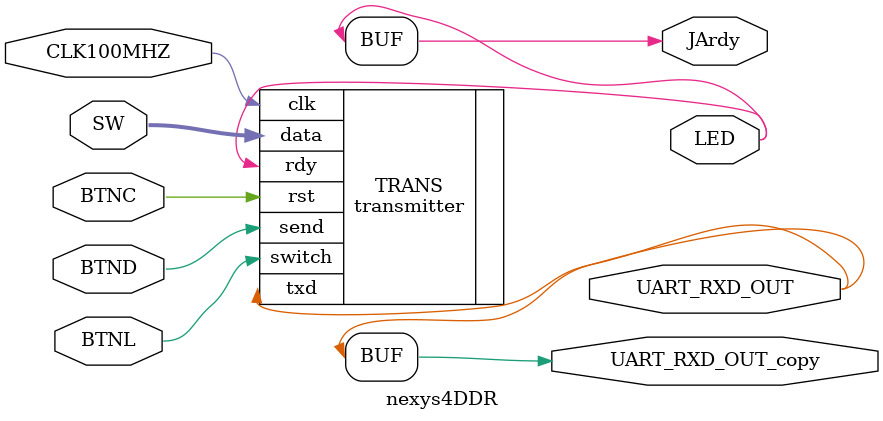
<source format=sv>

module nexys4DDR (
		  // un-comment the ports that you will use
                input logic         CLK100MHZ,
		  input logic [7:0]  SW,
		  input logic 	      BTNC,
//		  input logic 	      BTNU, 
		  input logic 	      BTNL, 
//		  input logic 	      BTNR,
		  input logic 	      BTND,
//		  output logic [6:0]  SEGS,
//		  output logic [7:0]  AN,
//		  output logic 	      DP,
		  output logic        LED,
//		  input logic         UART_TXD_IN,
//		  input logic         UART_RTS,		  
		  output logic        UART_RXD_OUT,
		  output UART_RXD_OUT_copy,
		  output logic        JArdy
//		  output logic        UART_CTS		  
            );
            
        assign UART_RXD_OUT_copy = UART_RXD_OUT;
            
        parameter BAUD = 9600;
  // add SystemVerilog code & module instantiations here
   
        //debounce DEBOUNDER(.clk(CLK100MHZ), .button_in(BTND), .button_out(send), .pulse());
        transmitter #(.BAUD(BAUD)) TRANS(.data(SW), .send(BTND), .clk(CLK100MHZ), .rst(BTNC), .switch(BTNL), .txd(UART_RXD_OUT), .rdy(LED));
        
        assign JArdy = LED;

endmodule // nexys4DDR

</source>
